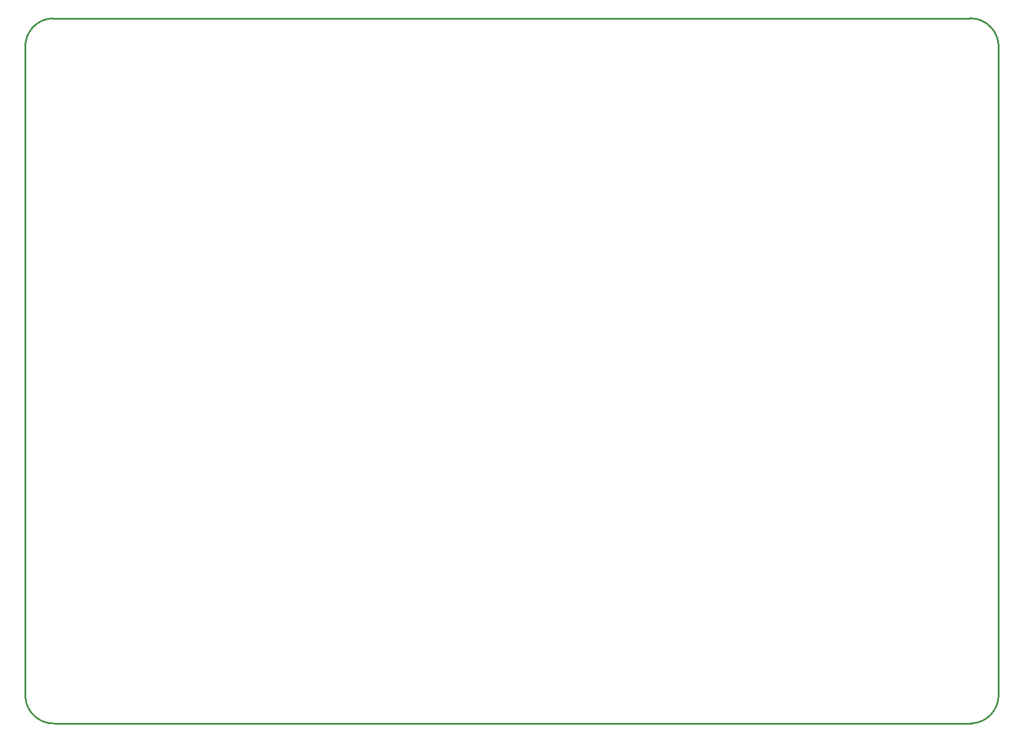
<source format=gm1>
G04*
G04 #@! TF.GenerationSoftware,Altium Limited,Altium Designer,19.1.6 (110)*
G04*
G04 Layer_Color=52428*
%FSLAX44Y44*%
%MOMM*%
G71*
G01*
G75*
%ADD10C,0.2500*%
D10*
X520000Y452548D02*
G03*
X480000Y490081I-40000J-2548D01*
G01*
X-822548Y490000D02*
G03*
X-860081Y450000I2548J-40000D01*
G01*
X-860000Y-472548D02*
G03*
X-820000Y-510081I40000J2548D01*
G01*
X482548Y-510000D02*
G03*
X520081Y-470000I-2548J40000D01*
G01*
X520000Y452548D02*
X520000Y-470000D01*
X-822548Y490000D02*
X480000Y490000D01*
X-860000Y450000D02*
X-860000Y-472548D01*
X-820000Y-510000D02*
X482548Y-510000D01*
M02*

</source>
